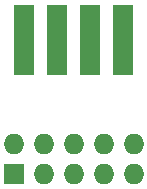
<source format=gbs>
G04 #@! TF.GenerationSoftware,KiCad,Pcbnew,(5.1.8)-1*
G04 #@! TF.CreationDate,2021-02-12T22:31:08+01:00*
G04 #@! TF.ProjectId,Sinclair,53696e63-6c61-4697-922e-6b696361645f,rev?*
G04 #@! TF.SameCoordinates,Original*
G04 #@! TF.FileFunction,Soldermask,Bot*
G04 #@! TF.FilePolarity,Negative*
%FSLAX46Y46*%
G04 Gerber Fmt 4.6, Leading zero omitted, Abs format (unit mm)*
G04 Created by KiCad (PCBNEW (5.1.8)-1) date 2021-02-12 22:31:08*
%MOMM*%
%LPD*%
G01*
G04 APERTURE LIST*
%ADD10R,1.700000X6.000000*%
%ADD11O,1.727200X1.727200*%
%ADD12R,1.727200X1.727200*%
G04 APERTURE END LIST*
D10*
X138069500Y-78168500D03*
X140839500Y-78168500D03*
X143609500Y-78168500D03*
X146379500Y-78168500D03*
D11*
X147320000Y-86995000D03*
X144780000Y-86995000D03*
X142240000Y-86995000D03*
X139700000Y-86995000D03*
X137160000Y-86995000D03*
X147320000Y-89535000D03*
X144780000Y-89535000D03*
X142240000Y-89535000D03*
X139700000Y-89535000D03*
D12*
X137160000Y-89535000D03*
M02*

</source>
